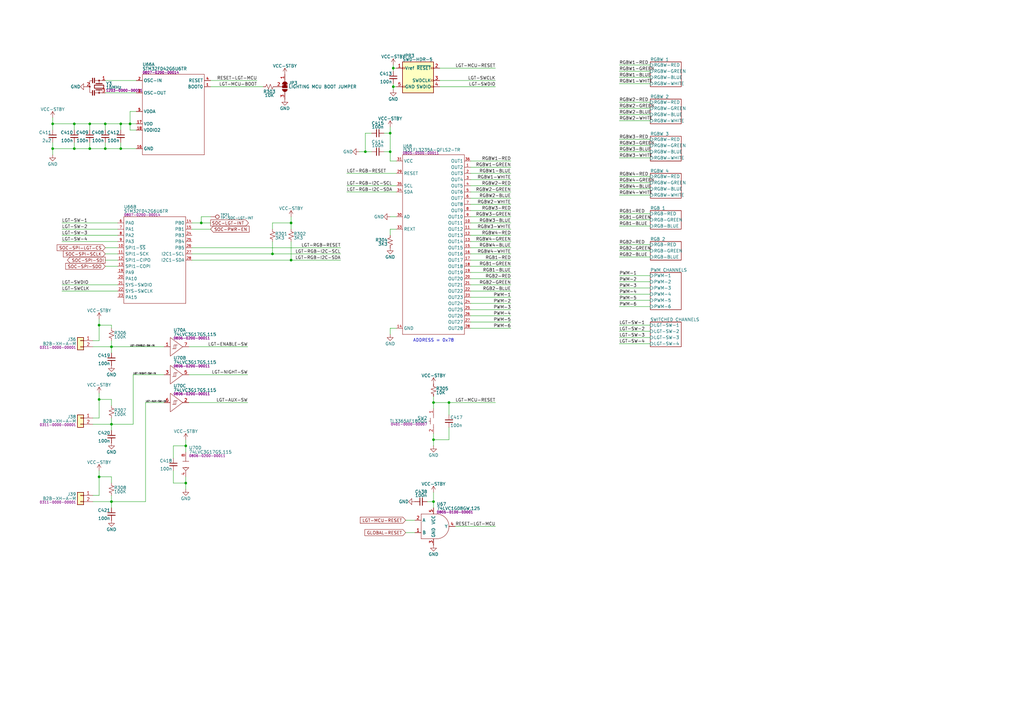
<source format=kicad_sch>
(kicad_sch (version 20250114) (generator "eeschema") (generator_version "9.0")
  (paper "A3")
  (title_block (title "Benchy Motherboard AM625 - Lighting Control") (rev "REV1") (company "Daxxn Industries") (comment 4 "Small net labels (≤0.65) are for clarity and do not connect to other nets."))
  (lib_symbols
    (symbol "DX_Capacitor_Ceramic:CL05A225KP5NSNC" (pin_numbers (hide yes)) (pin_names (hide yes))
      (property "Reference" "C" (at 2.794 1.778 0))
      (property "Value" "2u2" (at 2.794 0 0))
      (symbol "CL05A225KP5NSNC_1_1"
        (pin passive line (at 0 2.54 270) (length 2.032) (name "~") (number "1"))
        (pin passive line (at 0 -2.54 90) (length 2.032) (name "~") (number "2"))
      )
    )
    (symbol "DX_Capacitor_Ceramic:CL05B104KA5NNNC" (pin_numbers (hide yes)) (pin_names (hide yes))
      (property "Reference" "C" (at 2.794 1.778 0))
      (property "Value" "100n" (at 2.794 0 0))
      (symbol "CL05B104KA5NNNC_1_1"
        (pin passive line (at 0 2.54 270) (length 2.032) (name "~") (number "1"))
        (pin passive line (at 0 -2.54 90) (length 2.032) (name "~") (number "2"))
      )
    )
    (symbol "DX_Connector_JST:B2B-XH-A-M" (pin_names (offset 1.016) (hide yes))
      (property "Reference" "J" (at 1.778 0.508 0))
      (property "Value" "B2B-XH-A-M" (at 1.778 -1.27 0))
      (property "PartNumber" "0311-0000-00001" (at 1.778 -2.794 0))
      (symbol "B2B-XH-A-M_1_1"
        (pin passive line (at -5.08 0 0) (length 3.81) (name "Pin_1") (number "1"))
        (pin passive line (at -5.08 -2.54 0) (length 3.81) (name "Pin_2") (number "2"))
      )
    )
    (symbol "DX_Connector_Programming:SWD-HDR-5" (pin_names (offset 1.016))
      (property "Reference" "JPR" (at 0 2.54 0))
      (property "Value" "SWD-HDR-5" (at 0 1.016 0))
      (symbol "SWD-HDR-5_1_1"
        (pin power_in line (at -2.54 -2.54 0) (length 2.54) (name "Vref") (number "1"))
        (pin power_in line (at -2.54 -10.16 0) (length 2.54) (name "GND") (number "5"))
        (pin open_collector line (at 15.24 -2.54 180) (length 2.54) (name "~{RESET}") (number "2"))
        (pin output line (at 15.24 -7.62 180) (length 2.54) (name "SWDCLK") (number "3"))
        (pin bidirectional line (at 15.24 -10.16 180) (length 2.54) (name "SWDIO") (number "4"))
      )
    )
    (symbol "DX_Control_Button:TL3365AF180QG"
      (property "Reference" "SW" (at 0 5.588 0))
      (property "Value" "TL3365AF180QG" (at 0 4.064 0))
      (property "PartNumber" "0401-0000-00007" (at 0 2.794 0))
      (symbol "TL3365AF180QG_0_0"
        (pin passive line (at -5.08 0 0) (length 2.54) (name "~") (number "1"))
        (pin passive line (at 5.08 0 180) (length 2.54) (name "~") (number "2"))
      )
    )
    (symbol "DX_Device:TEST-POINT" (pin_numbers (hide yes)) (pin_names (hide yes))
      (property "Reference" "TP" (at 4.064 0.508 0))
      (property "Value" "TEST-POINT" (at 4.064 -0.762 0))
      (symbol "TEST-POINT_1_0"
        (pin power_in line (at 0 0 0) (length 1.27) (name "TP") (number "1"))
      )
    )
    (symbol "DX_Device_Power:VCC-STBY" (power) (pin_names (offset 0))
      (property "Value" "VCC-STBY" (at 0 3.429 0))
      (symbol "VCC-STBY_1_1"
        (pin power_in line (at 0 0 90) (length 0) (hide yes) (name "VCC-STBY") (number "1"))
      )
    )
    (symbol "DX_IC_Interface_LEDDriver:IS31FL3235A-QFLS2-TR"
      (property "Reference" "U" (at 0 3.556 0))
      (property "Value" "IS31FL3235A-QFLS2-TR" (at 0 2.032 0))
      (property "PartNumber" "0805-0500-00011" (at 0 0.762 0))
      (symbol "IS31FL3235A-QFLS2-TR_0_0"
        (pin power_in line (at -2.54 -2.54 0) (length 2.54) (name "VCC") (number "31"))
        (pin input line (at -2.54 -7.62 0) (length 2.54) (name "RESET") (number "29"))
        (pin input line (at -2.54 -12.7 0) (length 2.54) (name "SCL") (number "35"))
        (pin bidirectional line (at -2.54 -15.24 0) (length 2.54) (name "SDA") (number "34"))
        (pin input line (at -2.54 -25.4 0) (length 2.54) (name "AD") (number "30"))
        (pin input line (at -2.54 -30.48 0) (length 2.54) (name "REXT") (number "33"))
        (pin power_in line (at -2.54 -71.12 0) (length 2.54) (name "GND") (number "14"))
        (pin power_in line (at -2.54 -71.12 0) (length 2.54) (hide yes) (name "GND") (number "32"))
        (pin power_in line (at -2.54 -71.12 0) (length 2.54) (hide yes) (name "GND") (number "37"))
        (pin output line (at 27.94 -2.54 180) (length 2.54) (name "OUT1") (number "36"))
        (pin output line (at 27.94 -5.08 180) (length 2.54) (name "OUT2") (number "1"))
        (pin output line (at 27.94 -7.62 180) (length 2.54) (name "OUT3") (number "2"))
        (pin output line (at 27.94 -10.16 180) (length 2.54) (name "OUT4") (number "3"))
        (pin output line (at 27.94 -12.7 180) (length 2.54) (name "OUT5") (number "4"))
        (pin output line (at 27.94 -15.24 180) (length 2.54) (name "OUT6") (number "5"))
        (pin output line (at 27.94 -17.78 180) (length 2.54) (name "OUT7") (number "6"))
        (pin output line (at 27.94 -20.32 180) (length 2.54) (name "OUT8") (number "7"))
        (pin output line (at 27.94 -22.86 180) (length 2.54) (name "OUT9") (number "8"))
        (pin output line (at 27.94 -25.4 180) (length 2.54) (name "OUT10") (number "9"))
        (pin output line (at 27.94 -27.94 180) (length 2.54) (name "OUT11") (number "10"))
        (pin output line (at 27.94 -30.48 180) (length 2.54) (name "OUT12") (number "11"))
        (pin output line (at 27.94 -33.02 180) (length 2.54) (name "OUT13") (number "12"))
        (pin output line (at 27.94 -35.56 180) (length 2.54) (name "OUT14") (number "13"))
        (pin output line (at 27.94 -38.1 180) (length 2.54) (name "OUT15") (number "15"))
        (pin output line (at 27.94 -40.64 180) (length 2.54) (name "OUT16") (number "16"))
        (pin output line (at 27.94 -43.18 180) (length 2.54) (name "OUT17") (number "17"))
        (pin output line (at 27.94 -45.72 180) (length 2.54) (name "OUT18") (number "18"))
        (pin output line (at 27.94 -48.26 180) (length 2.54) (name "OUT19") (number "19"))
        (pin output line (at 27.94 -50.8 180) (length 2.54) (name "OUT20") (number "20"))
        (pin output line (at 27.94 -53.34 180) (length 2.54) (name "OUT21") (number "21"))
        (pin output line (at 27.94 -55.88 180) (length 2.54) (name "OUT22") (number "22"))
        (pin output line (at 27.94 -58.42 180) (length 2.54) (name "OUT23") (number "23"))
        (pin output line (at 27.94 -60.96 180) (length 2.54) (name "OUT24") (number "24"))
        (pin output line (at 27.94 -63.5 180) (length 2.54) (name "OUT25") (number "25"))
        (pin output line (at 27.94 -66.04 180) (length 2.54) (name "OUT26") (number "26"))
        (pin output line (at 27.94 -68.58 180) (length 2.54) (name "OUT27") (number "27"))
        (pin output line (at 27.94 -71.12 180) (length 2.54) (name "OUT28") (number "28"))
      )
    )
    (symbol "DX_IC_Logic_AND:74LVC1G08GW,125"
      (property "Reference" "U" (at 1.27 9.144 0))
      (property "Value" "74LVC1G08GW,125" (at 1.27 7.366 0))
      (property "PartNumber" "0806-0100-00001" (at 1.27 5.842 0))
      (symbol "74LVC1G08GW,125_0_0"
        (pin input line (at -7.62 2.54 0) (length 2.54) (name "A") (number "2"))
        (pin input line (at -7.62 -2.54 0) (length 2.54) (name "B") (number "1"))
        (pin power_in line (at 0 7.62 270) (length 2.54) (name "VCC") (number "5"))
        (pin power_in line (at 0 -7.62 90) (length 2.54) (name "GND") (number "3"))
        (pin output line (at 8.89 0 180) (length 2.54) (name "Y") (number "4"))
      )
    )
    (symbol "DX_IC_Logic_Buffer:74LVC3G17GS,115"
      (property "Reference" "U" (at 1.27 6.858 0))
      (property "Value" "74LVC3G17GS,115" (at 1.27 5.08 0))
      (property "PartNumber" "0806-0200-00011" (at 1.27 3.556 0))
      (symbol "74LVC3G17GS,115_1_0"
        (pin input line (at -2.54 0 0) (length 2.54) (name "1A") (number "1"))
        (pin output line (at 7.62 0 180) (length 2.54) (name "1Y") (number "7"))
      )
      (symbol "74LVC3G17GS,115_2_1"
        (pin input line (at -2.54 0 0) (length 2.54) (name "2A") (number "3"))
        (pin output line (at 7.62 0 180) (length 2.54) (name "2Y") (number "5"))
      )
      (symbol "74LVC3G17GS,115_3_0"
        (pin input line (at -2.54 0 0) (length 2.54) (name "3A") (number "6"))
        (pin output line (at 7.62 0 180) (length 2.54) (name "3Y") (number "2"))
      )
      (symbol "74LVC3G17GS,115_4_0"
        (pin power_in line (at 0 5.08 270) (length 2.54) (name "VCC") (number "8"))
        (pin power_in line (at 0 -5.08 90) (length 2.54) (name "GND") (number "4"))
      )
    )
    (symbol "DX_IC_MCU_ST:STM32F042G6U6TR"
      (property "Reference" "U" (at 0 4.064 0))
      (property "Value" "STM32F042G6U6TR" (at 0 2.286 0))
      (property "PartNumber" "0807-0200-00014" (at 0 0.762 0))
      (symbol "STM32F042G6U6TR_1_0"
        (pin input line (at -2.54 -2.54 0) (length 2.54) (name "OSC-IN") (number "2") (alternate "I2C1-SDA" bidirectional line))
        (pin output line (at -2.54 -7.62 0) (length 2.54) (name "OSC-OUT") (number "3") (alternate "I2C1-SCL" bidirectional line))
        (pin power_in line (at -2.54 -15.24 0) (length 2.54) (name "VDDA") (number "5"))
        (pin power_in line (at -2.54 -20.32 0) (length 2.54) (name "VDD") (number "17"))
        (pin power_in line (at -2.54 -22.86 0) (length 2.54) (name "VDDIO2") (number "18"))
        (pin power_in line (at -2.54 -30.48 0) (length 2.54) (name "GND") (number "16"))
        (pin power_in line (at -2.54 -30.48 0) (length 2.54) (hide yes) (name "GND") (number "29"))
        (pin input line (at 27.94 -2.54 180) (length 2.54) (name "RESET") (number "4"))
        (pin input line (at 27.94 -5.08 180) (length 2.54) (name "BOOT0") (number "1") (alternate "I2C1-SCL" bidirectional line))
      )
      (symbol "STM32F042G6U6TR_2_0"
        (pin bidirectional line (at -2.54 -2.54 0) (length 2.54) (name "PA0") (number "6"))
        (pin bidirectional line (at -2.54 -5.08 0) (length 2.54) (name "PA1") (number "7"))
        (pin bidirectional line (at -2.54 -7.62 0) (length 2.54) (name "PA2") (number "8"))
        (pin bidirectional line (at -2.54 -10.16 0) (length 2.54) (name "PA3") (number "9"))
        (pin bidirectional line (at -2.54 -12.7 0) (length 2.54) (name "PA4") (number "10") (alternate "SPI1-~{SS}" bidirectional line))
        (pin bidirectional line (at -2.54 -15.24 0) (length 2.54) (name "PA5") (number "11") (alternate "SPI1-SCK" bidirectional line))
        (pin bidirectional line (at -2.54 -17.78 0) (length 2.54) (name "PA6") (number "12") (alternate "SPI1-CIPO" bidirectional line))
        (pin bidirectional line (at -2.54 -20.32 0) (length 2.54) (name "PA7") (number "13") (alternate "SPI1-COPI" bidirectional line))
        (pin bidirectional line (at -2.54 -22.86 0) (length 2.54) (name "PA9") (number "19") (alternate "I2C1-SCL" bidirectional line))
        (pin bidirectional line (at -2.54 -25.4 0) (length 2.54) (name "PA10") (number "20") (alternate "I2C1-SDA" bidirectional line))
        (pin bidirectional line (at -2.54 -27.94 0) (length 2.54) (name "PA13") (number "21") (alternate "SYS-SWDIO" bidirectional line))
        (pin bidirectional line (at -2.54 -30.48 0) (length 2.54) (name "PA14") (number "22") (alternate "SYS-SWCLK" bidirectional line))
        (pin bidirectional line (at -2.54 -33.02 0) (length 2.54) (name "PA15") (number "23") (alternate "SPI1-~{SS}" bidirectional line))
        (pin bidirectional line (at 27.94 -2.54 180) (length 2.54) (name "PB0") (number "14"))
        (pin bidirectional line (at 27.94 -5.08 180) (length 2.54) (name "PB1") (number "15"))
        (pin bidirectional line (at 27.94 -7.62 180) (length 2.54) (name "PB3") (number "24") (alternate "SPI1-SCK" bidirectional line))
        (pin bidirectional line (at 27.94 -10.16 180) (length 2.54) (name "PB4") (number "25") (alternate "SPI1-CIPO" bidirectional line))
        (pin bidirectional line (at 27.94 -12.7 180) (length 2.54) (name "PB5") (number "26") (alternate "SPI1-COPI" bidirectional line))
        (pin bidirectional line (at 27.94 -15.24 180) (length 2.54) (name "PB6") (number "27") (alternate "I2C1-SCL" bidirectional line))
        (pin bidirectional line (at 27.94 -17.78 180) (length 2.54) (name "PB7") (number "28") (alternate "I2C1-SDA" bidirectional line))
      )
    )
    (symbol "DX_Oscillator_Resonator:CSTNE16M0V53L000R0"
      (property "Reference" "Y" (at 4.318 0.762 0))
      (property "Value" "16MHz" (at 4.318 -1.016 0))
      (property "PartNumber" "1203-0000-00001" (at 4.318 -2.54 0))
      (symbol "CSTNE16M0V53L000R0_1_1"
        (pin passive line (at -2.54 2.54 270) (length 1.27) (name "1") (number "1"))
        (pin passive line (at 0 -5.08 90) (length 1.27) (name "2") (number "2"))
        (pin passive line (at 2.54 2.54 270) (length 1.27) (name "3") (number "3"))
      )
    )
    (symbol "DX_Resistor:RC0402JR-0710KL" (pin_numbers (hide yes)) (pin_names (offset 0.254) (hide yes))
      (property "Reference" "R" (at 1.016 0.635 0))
      (property "Value" "10K" (at 1.016 -1.016 0))
      (symbol "RC0402JR-0710KL_1_1"
        (pin passive line (at 0 2.54 270) (length 1.016) (name "~") (number "1"))
        (pin passive line (at 0 -2.54 90) (length 1.016) (name "~") (number "2"))
      )
    )
    (symbol "DX_Resistor:RMCF0402FT100K" (pin_numbers (hide yes)) (pin_names (offset 0.254) (hide yes))
      (property "Reference" "R" (at 1.016 0.635 0))
      (property "Value" "100K" (at 1.016 -1.016 0))
      (symbol "RMCF0402FT100K_1_1"
        (pin passive line (at 0 2.54 270) (length 1.016) (name "~") (number "1"))
        (pin passive line (at 0 -2.54 90) (length 1.016) (name "~") (number "2"))
      )
    )
    (symbol "DX_Resistor:WR04X3301FTL" (pin_numbers (hide yes)) (pin_names (offset 0.254) (hide yes))
      (property "Reference" "R" (at 1.016 0.635 0))
      (property "Value" "3K3" (at 1.016 -1.016 0))
      (symbol "WR04X3301FTL_1_1"
        (pin passive line (at 0 2.54 270) (length 1.016) (name "~") (number "1"))
        (pin passive line (at 0 -2.54 90) (length 1.016) (name "~") (number "2"))
      )
    )
    (symbol "Jumper:SolderJumper_3_Bridged12" (pin_names (offset 0) (hide yes)) (exclude_from_sim yes) (in_bom no)
      (property "Reference" "JP" (at -2.54 -2.54 0))
      (property "Value" "SolderJumper_3_Bridged12" (at 0 2.794 0))
      (symbol "SolderJumper_3_Bridged12_1_1"
        (pin passive line (at -5.08 0 0) (length 2.54) (name "A") (number "1"))
        (pin passive line (at 0 -3.81 90) (length 2.54) (name "C") (number "2"))
        (pin passive line (at 5.08 0 180) (length 2.54) (name "B") (number "3"))
      )
    )
    (symbol "power:GND" (power) (pin_numbers (hide yes)) (pin_names (offset 0) (hide yes))
      (property "Value" "GND" (at 0 -3.81 0))
      (symbol "GND_1_1"
        (pin power_in line (at 0 0 270) (length 0) (name "~") (number "1"))
      )
    )
  )
  (text "ADDRESS = 0x78" (at 177.8 139.7 0) (effects (font (size 1.27 1.27))))
  (junction (at 21.59 50.8))
  (junction (at 45.72 142.24))
  (junction (at 111.76 104.14))
  (junction (at 36.83 50.8))
  (junction (at 160.02 62.23))
  (junction (at 76.2 182.88))
  (junction (at 177.8 165.1))
  (junction (at 40.64 195.58))
  (junction (at 119.38 91.44))
  (junction (at 161.29 35.56))
  (junction (at 36.83 60.96))
  (junction (at 30.48 50.8))
  (junction (at 53.34 50.8))
  (junction (at 177.8 205.74))
  (junction (at 76.2 198.12))
  (junction (at 184.15 165.1))
  (junction (at 119.38 106.68))
  (junction (at 45.72 205.74))
  (junction (at 43.18 50.8))
  (junction (at 149.86 62.23))
  (junction (at 43.18 60.96))
  (junction (at 160.02 54.61))
  (junction (at 161.29 27.94))
  (junction (at 30.48 60.96))
  (junction (at 82.55 91.44))
  (junction (at 40.64 163.83))
  (junction (at 49.53 50.8))
  (junction (at 45.72 173.99))
  (junction (at 49.53 60.96))
  (junction (at 21.59 60.96))
  (junction (at 40.64 133.35))
  (junction (at 177.8 180.34))
  (wire (pts (xy 193.04 66.04) (xy 209.55 66.04)))
  (wire (pts (xy 254 125.73) (xy 266.7 125.73)))
  (wire (pts (xy 25.4 91.44) (xy 48.26 91.44)))
  (wire (pts (xy 157.48 62.23) (xy 160.02 62.23)))
  (wire (pts (xy 161.29 27.94) (xy 162.56 27.94)))
  (wire (pts (xy 111.76 93.98) (xy 111.76 91.44)))
  (wire (pts (xy 45.72 171.45) (xy 45.72 173.99)))
  (wire (pts (xy 43.18 58.42) (xy 43.18 60.96)))
  (wire (pts (xy 162.56 66.04) (xy 160.02 66.04)))
  (wire (pts (xy 177.8 201.93) (xy 177.8 205.74)))
  (wire (pts (xy 177.8 180.34) (xy 177.8 177.8)))
  (wire (pts (xy 53.34 45.72) (xy 53.34 50.8)))
  (wire (pts (xy 160.02 88.9) (xy 162.56 88.9)))
  (wire (pts (xy 254 62.23) (xy 266.7 62.23)))
  (wire (pts (xy 193.04 99.06) (xy 209.55 99.06)))
  (wire (pts (xy 59.69 205.74) (xy 59.69 165.1)))
  (wire (pts (xy 160.02 134.62) (xy 162.56 134.62)))
  (wire (pts (xy 193.04 83.82) (xy 209.55 83.82)))
  (wire (pts (xy 86.36 88.9) (xy 82.55 88.9)))
  (wire (pts (xy 254 105.41) (xy 266.7 105.41)))
  (wire (pts (xy 193.04 76.2) (xy 209.55 76.2)))
  (wire (pts (xy 78.74 104.14) (xy 111.76 104.14)))
  (wire (pts (xy 25.4 119.38) (xy 48.26 119.38)))
  (wire (pts (xy 77.47 165.1) (xy 101.6 165.1)))
  (wire (pts (xy 180.34 27.94) (xy 203.2 27.94)))
  (wire (pts (xy 254 123.19) (xy 266.7 123.19)))
  (wire (pts (xy 40.64 171.45) (xy 40.64 163.83)))
  (wire (pts (xy 161.29 35.56) (xy 162.56 35.56)))
  (wire (pts (xy 76.2 180.34) (xy 76.2 182.88)))
  (wire (pts (xy 45.72 139.7) (xy 45.72 142.24)))
  (wire (pts (xy 82.55 88.9) (xy 82.55 91.44)))
  (wire (pts (xy 254 29.21) (xy 266.7 29.21)))
  (wire (pts (xy 45.72 173.99) (xy 54.61 173.99)))
  (wire (pts (xy 36.83 58.42) (xy 36.83 60.96)))
  (wire (pts (xy 45.72 163.83) (xy 45.72 166.37)))
  (wire (pts (xy 160.02 62.23) (xy 160.02 54.61)))
  (wire (pts (xy 43.18 60.96) (xy 49.53 60.96)))
  (wire (pts (xy 45.72 134.62) (xy 45.72 133.35)))
  (wire (pts (xy 254 113.03) (xy 266.7 113.03)))
  (wire (pts (xy 55.88 53.34) (xy 53.34 53.34)))
  (wire (pts (xy 149.86 54.61) (xy 152.4 54.61)))
  (wire (pts (xy 157.48 54.61) (xy 160.02 54.61)))
  (wire (pts (xy 25.4 116.84) (xy 48.26 116.84)))
  (wire (pts (xy 119.38 88.9) (xy 119.38 91.44)))
  (wire (pts (xy 21.59 50.8) (xy 21.59 53.34)))
  (wire (pts (xy 177.8 182.88) (xy 177.8 180.34)))
  (wire (pts (xy 177.8 167.64) (xy 177.8 165.1)))
  (wire (pts (xy 40.64 195.58) (xy 45.72 195.58)))
  (wire (pts (xy 166.37 213.36) (xy 170.18 213.36)))
  (wire (pts (xy 193.04 71.12) (xy 209.55 71.12)))
  (wire (pts (xy 147.32 62.23) (xy 149.86 62.23)))
  (wire (pts (xy 82.55 91.44) (xy 86.36 91.44)))
  (wire (pts (xy 77.47 153.67) (xy 101.6 153.67)))
  (wire (pts (xy 209.55 129.54) (xy 193.04 129.54)))
  (wire (pts (xy 36.83 50.8) (xy 36.83 53.34)))
  (wire (pts (xy 76.2 198.12) (xy 76.2 200.66)))
  (wire (pts (xy 193.04 114.3) (xy 209.55 114.3)))
  (wire (pts (xy 177.8 162.56) (xy 177.8 165.1)))
  (wire (pts (xy 193.04 81.28) (xy 209.55 81.28)))
  (wire (pts (xy 142.24 76.2) (xy 162.56 76.2)))
  (wire (pts (xy 186.69 215.9) (xy 203.2 215.9)))
  (wire (pts (xy 30.48 60.96) (xy 36.83 60.96)))
  (wire (pts (xy 59.69 165.1) (xy 67.31 165.1)))
  (wire (pts (xy 254 77.47) (xy 266.7 77.47)))
  (wire (pts (xy 149.86 62.23) (xy 149.86 54.61)))
  (wire (pts (xy 209.55 111.76) (xy 193.04 111.76)))
  (wire (pts (xy 25.4 96.52) (xy 48.26 96.52)))
  (wire (pts (xy 193.04 86.36) (xy 209.55 86.36)))
  (wire (pts (xy 203.2 33.02) (xy 180.34 33.02)))
  (wire (pts (xy 160.02 96.52) (xy 160.02 93.98)))
  (wire (pts (xy 209.55 132.08) (xy 193.04 132.08)))
  (wire (pts (xy 43.18 38.1) (xy 55.88 38.1)))
  (wire (pts (xy 78.74 93.98) (xy 86.36 93.98)))
  (wire (pts (xy 43.18 104.14) (xy 48.26 104.14)))
  (wire (pts (xy 30.48 58.42) (xy 30.48 60.96)))
  (wire (pts (xy 254 138.43) (xy 266.7 138.43)))
  (wire (pts (xy 40.64 130.81) (xy 40.64 133.35)))
  (wire (pts (xy 161.29 26.67) (xy 161.29 27.94)))
  (wire (pts (xy 166.37 218.44) (xy 170.18 218.44)))
  (wire (pts (xy 209.55 121.92) (xy 193.04 121.92)))
  (wire (pts (xy 184.15 165.1) (xy 184.15 170.18)))
  (wire (pts (xy 30.48 50.8) (xy 36.83 50.8)))
  (wire (pts (xy 38.1 205.74) (xy 45.72 205.74)))
  (wire (pts (xy 21.59 60.96) (xy 21.59 63.5)))
  (wire (pts (xy 40.64 133.35) (xy 40.64 139.7)))
  (wire (pts (xy 254 46.99) (xy 266.7 46.99)))
  (wire (pts (xy 25.4 93.98) (xy 48.26 93.98)))
  (wire (pts (xy 38.1 142.24) (xy 45.72 142.24)))
  (wire (pts (xy 209.55 127) (xy 193.04 127)))
  (wire (pts (xy 30.48 50.8) (xy 30.48 53.34)))
  (wire (pts (xy 254 41.91) (xy 266.7 41.91)))
  (wire (pts (xy 161.29 34.29) (xy 161.29 35.56)))
  (wire (pts (xy 40.64 203.2) (xy 40.64 195.58)))
  (wire (pts (xy 53.34 50.8) (xy 55.88 50.8)))
  (wire (pts (xy 43.18 106.68) (xy 48.26 106.68)))
  (wire (pts (xy 180.34 35.56) (xy 203.2 35.56)))
  (wire (pts (xy 209.55 124.46) (xy 193.04 124.46)))
  (wire (pts (xy 78.74 91.44) (xy 82.55 91.44)))
  (wire (pts (xy 254 102.87) (xy 266.7 102.87)))
  (wire (pts (xy 78.74 101.6) (xy 139.7 101.6)))
  (wire (pts (xy 254 118.11) (xy 266.7 118.11)))
  (wire (pts (xy 254 120.65) (xy 266.7 120.65)))
  (wire (pts (xy 119.38 99.06) (xy 119.38 106.68)))
  (wire (pts (xy 40.64 163.83) (xy 45.72 163.83)))
  (wire (pts (xy 184.15 180.34) (xy 177.8 180.34)))
  (wire (pts (xy 177.8 165.1) (xy 184.15 165.1)))
  (wire (pts (xy 193.04 101.6) (xy 209.55 101.6)))
  (wire (pts (xy 161.29 35.56) (xy 161.29 36.83)))
  (wire (pts (xy 193.04 93.98) (xy 209.55 93.98)))
  (wire (pts (xy 40.64 195.58) (xy 40.64 193.04)))
  (wire (pts (xy 254 140.97) (xy 266.7 140.97)))
  (wire (pts (xy 254 74.93) (xy 266.7 74.93)))
  (wire (pts (xy 43.18 109.22) (xy 48.26 109.22)))
  (wire (pts (xy 86.36 35.56) (xy 107.95 35.56)))
  (wire (pts (xy 254 31.75) (xy 266.7 31.75)))
  (wire (pts (xy 254 49.53) (xy 266.7 49.53)))
  (wire (pts (xy 43.18 50.8) (xy 49.53 50.8)))
  (wire (pts (xy 21.59 50.8) (xy 30.48 50.8)))
  (wire (pts (xy 49.53 50.8) (xy 49.53 53.34)))
  (wire (pts (xy 111.76 91.44) (xy 119.38 91.44)))
  (wire (pts (xy 45.72 142.24) (xy 45.72 144.78)))
  (wire (pts (xy 193.04 68.58) (xy 209.55 68.58)))
  (wire (pts (xy 21.59 60.96) (xy 30.48 60.96)))
  (wire (pts (xy 54.61 153.67) (xy 67.31 153.67)))
  (wire (pts (xy 76.2 198.12) (xy 71.12 198.12)))
  (wire (pts (xy 152.4 62.23) (xy 149.86 62.23)))
  (wire (pts (xy 193.04 119.38) (xy 209.55 119.38)))
  (wire (pts (xy 40.64 133.35) (xy 45.72 133.35)))
  (wire (pts (xy 38.1 139.7) (xy 40.64 139.7)))
  (wire (pts (xy 45.72 205.74) (xy 45.72 208.28)))
  (wire (pts (xy 254 133.35) (xy 266.7 133.35)))
  (wire (pts (xy 86.36 33.02) (xy 105.41 33.02)))
  (wire (pts (xy 193.04 116.84) (xy 209.55 116.84)))
  (wire (pts (xy 177.8 205.74) (xy 177.8 208.28)))
  (wire (pts (xy 54.61 173.99) (xy 54.61 153.67)))
  (wire (pts (xy 25.4 99.06) (xy 48.26 99.06)))
  (wire (pts (xy 161.29 27.94) (xy 161.29 29.21)))
  (wire (pts (xy 193.04 78.74) (xy 209.55 78.74)))
  (wire (pts (xy 175.26 205.74) (xy 177.8 205.74)))
  (wire (pts (xy 193.04 91.44) (xy 209.55 91.44)))
  (wire (pts (xy 36.83 60.96) (xy 43.18 60.96)))
  (wire (pts (xy 45.72 203.2) (xy 45.72 205.74)))
  (wire (pts (xy 45.72 173.99) (xy 45.72 176.53)))
  (wire (pts (xy 254 72.39) (xy 266.7 72.39)))
  (wire (pts (xy 209.55 134.62) (xy 193.04 134.62)))
  (wire (pts (xy 49.53 60.96) (xy 55.88 60.96)))
  (wire (pts (xy 254 90.17) (xy 266.7 90.17)))
  (wire (pts (xy 119.38 91.44) (xy 119.38 93.98)))
  (wire (pts (xy 254 64.77) (xy 266.7 64.77)))
  (wire (pts (xy 53.34 45.72) (xy 55.88 45.72)))
  (wire (pts (xy 76.2 182.88) (xy 71.12 182.88)))
  (wire (pts (xy 71.12 182.88) (xy 71.12 187.96)))
  (wire (pts (xy 254 80.01) (xy 266.7 80.01)))
  (wire (pts (xy 254 92.71) (xy 266.7 92.71)))
  (wire (pts (xy 193.04 96.52) (xy 209.55 96.52)))
  (wire (pts (xy 119.38 106.68) (xy 139.7 106.68)))
  (wire (pts (xy 160.02 137.16) (xy 160.02 134.62)))
  (wire (pts (xy 254 135.89) (xy 266.7 135.89)))
  (wire (pts (xy 254 44.45) (xy 266.7 44.45)))
  (wire (pts (xy 254 87.63) (xy 266.7 87.63)))
  (wire (pts (xy 142.24 78.74) (xy 162.56 78.74)))
  (wire (pts (xy 76.2 185.42) (xy 76.2 182.88)))
  (wire (pts (xy 76.2 195.58) (xy 76.2 198.12)))
  (wire (pts (xy 53.34 50.8) (xy 53.34 53.34)))
  (wire (pts (xy 254 115.57) (xy 266.7 115.57)))
  (wire (pts (xy 193.04 88.9) (xy 209.55 88.9)))
  (wire (pts (xy 40.64 163.83) (xy 40.64 161.29)))
  (wire (pts (xy 254 59.69) (xy 266.7 59.69)))
  (wire (pts (xy 184.15 165.1) (xy 203.2 165.1)))
  (wire (pts (xy 36.83 50.8) (xy 43.18 50.8)))
  (wire (pts (xy 193.04 73.66) (xy 209.55 73.66)))
  (wire (pts (xy 193.04 104.14) (xy 209.55 104.14)))
  (wire (pts (xy 45.72 142.24) (xy 67.31 142.24)))
  (wire (pts (xy 38.1 203.2) (xy 40.64 203.2)))
  (wire (pts (xy 38.1 173.99) (xy 45.72 173.99)))
  (wire (pts (xy 43.18 50.8) (xy 43.18 53.34)))
  (wire (pts (xy 111.76 104.14) (xy 139.7 104.14)))
  (wire (pts (xy 43.18 101.6) (xy 48.26 101.6)))
  (wire (pts (xy 21.59 58.42) (xy 21.59 60.96)))
  (wire (pts (xy 254 57.15) (xy 266.7 57.15)))
  (wire (pts (xy 45.72 195.58) (xy 45.72 198.12)))
  (wire (pts (xy 254 34.29) (xy 266.7 34.29)))
  (wire (pts (xy 111.76 99.06) (xy 111.76 104.14)))
  (wire (pts (xy 160.02 93.98) (xy 162.56 93.98)))
  (wire (pts (xy 53.34 50.8) (xy 49.53 50.8)))
  (wire (pts (xy 254 100.33) (xy 266.7 100.33)))
  (wire (pts (xy 43.18 33.02) (xy 55.88 33.02)))
  (wire (pts (xy 77.47 142.24) (xy 101.6 142.24)))
  (wire (pts (xy 21.59 48.26) (xy 21.59 50.8)))
  (wire (pts (xy 160.02 66.04) (xy 160.02 62.23)))
  (wire (pts (xy 209.55 109.22) (xy 193.04 109.22)))
  (wire (pts (xy 71.12 198.12) (xy 71.12 193.04)))
  (wire (pts (xy 45.72 205.74) (xy 59.69 205.74)))
  (wire (pts (xy 184.15 175.26) (xy 184.15 180.34)))
  (wire (pts (xy 38.1 171.45) (xy 40.64 171.45)))
  (wire (pts (xy 160.02 54.61) (xy 160.02 52.07)))
  (wire (pts (xy 78.74 106.68) (xy 119.38 106.68)))
  (wire (pts (xy 209.55 106.68) (xy 193.04 106.68)))
  (wire (pts (xy 142.24 71.12) (xy 162.56 71.12)))
  (wire (pts (xy 49.53 58.42) (xy 49.53 60.96)))
  (wire (pts (xy 254 26.67) (xy 266.7 26.67)))
  (label "PWM-2" (at 209.55 124.46 180))
  (label "RGBW2-BLUE" (at 254 46.99 0))
  (label "RGBW1-GREEN" (at 254 29.21 0))
  (label "LGT-AUX-SW-IN" (at 59.69 165.1 0) (effects (font (size 0.65 0.65))))
  (label "RESET-LGT-MCU" (at 203.2 215.9 180))
  (label "RGBW4-GREEN" (at 209.55 99.06 180))
  (label "LGT-SW-2" (at 25.4 93.98 0))
  (label "RGB2-BLUE" (at 254 105.41 0))
  (label "RGB2-GREEN" (at 209.55 116.84 180))
  (label "PWM-3" (at 209.55 127 180))
  (label "RGB2-GREEN" (at 254 102.87 0))
  (label "RGBW2-GREEN" (at 254 44.45 0))
  (label "RGB1-RED" (at 254 87.63 0))
  (label "RGB1-GREEN" (at 209.55 109.22 180))
  (label "PWM-2" (at 254 115.57 0))
  (label "LGT-SWCLK" (at 25.4 119.38 0))
  (label "LGT-SW-3" (at 25.4 96.52 0))
  (label "RGBW4-RED" (at 254 72.39 0))
  (label "RGBW2-WHITE" (at 209.55 83.82 180))
  (label "RGB1-BLUE" (at 254 92.71 0))
  (label "LGT-RGB-I2C-SCL" (at 142.24 76.2 0))
  (label "RGBW3-WHITE" (at 254 64.77 0))
  (label "PWM-4" (at 254 120.65 0))
  (label "LGT-RGB-I2C-SCL" (at 139.7 104.14 180))
  (label "RGBW4-BLUE" (at 209.55 101.6 180))
  (label "RESET-LGT-MCU" (at 105.41 33.02 180))
  (label "RGBW2-BLUE" (at 209.55 81.28 180))
  (label "PWM-6" (at 254 125.73 0))
  (label "LGT-AUX-SW" (at 101.6 165.1 180))
  (label "LGT-RGB-RESET" (at 142.24 71.12 0))
  (label "PWM-6" (at 209.55 134.62 180))
  (label "PWM-1" (at 254 113.03 0))
  (label "LGT-RGB-I2C-SDA" (at 142.24 78.74 0))
  (label "LGT-SWDIO" (at 25.4 116.84 0))
  (label "LGT-NIGHT-SW-IN" (at 54.61 153.67 0) (effects (font (size 0.65 0.65))))
  (label "RGBW3-WHITE" (at 209.55 93.98 180))
  (label "RGBW3-BLUE" (at 254 62.23 0))
  (label "RGBW4-WHITE" (at 209.55 104.14 180))
  (label "LGT-SW-4" (at 25.4 99.06 0))
  (label "LGT-SWDIO" (at 203.2 35.56 180))
  (label "RGBW4-RED" (at 209.55 96.52 180))
  (label "RGBW3-BLUE" (at 209.55 91.44 180))
  (label "RGB1-BLUE" (at 209.55 111.76 180))
  (label "RGBW4-GREEN" (at 254 74.93 0))
  (label "RGBW3-RED" (at 209.55 86.36 180))
  (label "RGBW2-RED" (at 209.55 76.2 180))
  (label "RGB1-RED" (at 209.55 106.68 180))
  (label "PWM-4" (at 209.55 129.54 180))
  (label "RGBW1-BLUE" (at 209.55 71.12 180))
  (label "RGBW1-WHITE" (at 254 34.29 0))
  (label "RGBW1-RED" (at 209.55 66.04 180))
  (label "RGBW4-BLUE" (at 254 77.47 0))
  (label "LGT-SW-3" (at 254 138.43 0))
  (label "LGT-SW-2" (at 254 135.89 0))
  (label "LGT-ENABLE-SW" (at 101.6 142.24 180))
  (label "LGT-RGB-I2C-SDA" (at 139.7 106.68 180))
  (label "RGBW4-WHITE" (at 254 80.01 0))
  (label "RGBW2-WHITE" (at 254 49.53 0))
  (label "PWM-3" (at 254 118.11 0))
  (label "PWM-5" (at 209.55 132.08 180))
  (label "RGBW3-GREEN" (at 254 59.69 0))
  (label "PWM-1" (at 209.55 121.92 180))
  (label "RGBW3-GREEN" (at 209.55 88.9 180))
  (label "RGB2-RED" (at 254 100.33 0))
  (label "RGB2-RED" (at 209.55 114.3 180))
  (label "LGT-MCU-RESET" (at 203.2 27.94 180))
  (label "RGBW3-RED" (at 254 57.15 0))
  (label "LGT-NIGHT-SW" (at 101.6 153.67 180))
  (label "LGT-RGB-RESET" (at 139.7 101.6 180))
  (label "LGT-SW-1" (at 25.4 91.44 0))
  (label "RGBW1-RED" (at 254 26.67 0))
  (label "RGBW2-RED" (at 254 41.91 0))
  (label "LGT-SW-4" (at 254 140.97 0))
  (label "RGBW1-BLUE" (at 254 31.75 0))
  (label "LGT-MCU-RESET" (at 203.2 165.1 180))
  (label "LGT-MCU-BOOT" (at 105.41 35.56 180))
  (label "RGBW2-GREEN" (at 209.55 78.74 180))
  (label "RGBW1-GREEN" (at 209.55 68.58 180))
  (label "LGT-SWCLK" (at 203.2 33.02 180))
  (label "RGBW1-WHITE" (at 209.55 73.66 180))
  (label "LGT-SW-1" (at 254 133.35 0))
  (label "PWM-5" (at 254 123.19 0))
  (label "RGB2-BLUE" (at 209.55 119.38 180))
  (label "LGT-ENABLE-SW-IN" (at 63.5 142.24 180) (effects (font (size 0.65 0.65))))
  (label "RGB1-GREEN" (at 254 90.17 0))
  (global_label "SOC-LGT-INT" (shape output) (at 86.36 91.44 0) (property "Intersheetrefs" "${INTERSHEET_REFS}" (at 101.1469 91.44 0) (effects (justify left))))
  (global_label "SOC-SPI-SDI" (shape output) (at 43.18 106.68 180) (property "Intersheetrefs" "${INTERSHEET_REFS}" (at 28.3931 106.68 0) (effects (justify right))))
  (global_label "GLOBAL-RESET" (shape input) (at 166.37 218.44 180) (property "Intersheetrefs" "${INTERSHEET_REFS}" (at 150.49 218.44 0) (effects (justify right))))
  (global_label "SOC-SPI-LGT-CS" (shape input) (at 43.18 101.6 180) (property "Intersheetrefs" "${INTERSHEET_REFS}" (at 25.1138 101.6 0) (effects (justify right))))
  (global_label "SOC-SPI-SDO" (shape input) (at 43.18 109.22 180) (property "Intersheetrefs" "${INTERSHEET_REFS}" (at 28.3931 109.22 0) (effects (justify right))))
  (global_label "LGT-MCU-RESET" (shape input) (at 166.37 213.36 180) (effects (font (thickness 0.1588))) (property "Intersheetrefs" "${INTERSHEET_REFS}" (at 151.384 213.36 0) (effects (justify right))))
  (global_label "SOC-PWR-EN" (shape input) (at 86.36 93.98 0) (effects (font (thickness 0.1588))) (property "Intersheetrefs" "${INTERSHEET_REFS}" (at 101.346 93.98 0) (effects (justify left))))
  (global_label "SOC-SPI-SCLK" (shape input) (at 43.18 104.14 180) (property "Intersheetrefs" "${INTERSHEET_REFS}" (at 27.3 104.14 0) (effects (justify right))))
  (symbol (lib_id "power:GND") (at 160.02 137.16 0) (unit 1)
    (property "Reference" "#PWR0492" (effects (hide yes)))
    (property "Value" "GND" (at 160.02 140.97 0))
    (property "Description" "Power symbol creates a global label with name \"GND\" , ground" (effects (hide yes)))
  )
  (symbol (lib_id "DX_Device_Power:VCC-STBY") (at 119.38 88.9 0) (unit 1)
    (property "Reference" "#PWR0596" (effects (hide yes)))
    (property "Value" "VCC-STBY" (at 119.38 85.471 0))
    (property "Description" "Always ON standby power supply" (effects (hide yes)))
  )
  (symbol (lib_id "DX_IC_Logic_Buffer:74LVC3G17GS,115") (at 76.2 190.5 0) (unit 4)
    (property "Reference" "U70" (at 77.47 183.642 0) (effects (justify left)))
    (property "Value" "74LVC3G17GS,115" (at 77.47 185.42 0) (effects (justify left)))
    (property "Footprint" "Daxxn_Packages:X2SON-8_1.4x1mm_P0.35mm" (effects (hide yes)))
    (property "Datasheet" "${DATASHEETS}/74LVC3G17.pdf" (effects (hide yes)))
    (property "Description" "Buffer, Non-Inverting 3 Element 1 Bit per Element Push-Pull Output 8-XSON" (effects (hide yes)))
    (property "PartNumber" "0806-0200-00011" (at 77.47 186.944 0) (effects (font (size 1 1)) (justify left)))
  )
  (symbol (lib_id "power:GND") (at 45.72 181.61 0) (unit 1)
    (property "Reference" "#PWR0556" (effects (hide yes)))
    (property "Value" "GND" (at 45.72 185.42 0))
    (property "Description" "Power symbol creates a global label with name \"GND\" , ground" (effects (hide yes)))
  )
  (symbol (lib_id "DX_Connector_Programming:SWD-HDR-5") (at 165.1 25.4 0) (unit 1)
    (property "Reference" "JPR3" (at 165.1 22.86 0) (effects (justify left)))
    (property "Value" "SWD-HDR-5" (at 165.1 24.384 0) (effects (justify left)))
    (property "Footprint" "Connector_PinHeader_2.54mm:PinHeader_1x05_P2.54mm_Vertical" (effects (hide yes)))
    (property "Description" "SWD Header 5Pin Wo/ SWO" (effects (hide yes)))
  )
  (symbol (lib_id "DX_Capacitor_Ceramic:CL05B104KA5NNNC") (at 30.48 55.88 0) (mirror y) (unit 1)
    (property "Reference" "C410" (at 29.972 54.356 0) (effects (justify left)))
    (property "Value" "100n" (at 29.972 57.658 0) (effects (justify left)))
    (property "Footprint" "Daxxn_Standard_Capacitors:CAP_0402" (effects (hide yes)))
    (property "Datasheet" "${DATASHEETS}/CL05B104KA5NNNC.pdf" (effects (hide yes)))
    (property "Description" "CAP CER 100nF 0.1UF 25V X7R 0402" (effects (hide yes)))
    (property "PartNumber" "0201-0100-00088" (effects (hide yes)))
  )
  (symbol (lib_id "DX_Device_Power:VCC-STBY") (at 40.64 161.29 0) (unit 1)
    (property "Reference" "#PWR0554" (effects (hide yes)))
    (property "Value" "VCC-STBY" (at 40.64 157.861 0))
    (property "Description" "Always ON standby power supply" (effects (hide yes)))
  )
  (symbol (lib_id "DX_Capacitor_Ceramic:CL05A225KP5NSNC") (at 21.59 55.88 0) (mirror y) (unit 1)
    (property "Reference" "C411" (at 21.082 54.356 0) (effects (justify left)))
    (property "Value" "2u2" (at 21.082 57.658 0) (effects (justify left)))
    (property "Footprint" "Daxxn_Standard_Capacitors:CAP_0402" (effects (hide yes)))
    (property "Datasheet" "${DATASHEETS}/CL05A225KP5NSNC.pdf" (effects (hide yes)))
    (property "Description" "CAP CER 2.2UF 10V X5R 0402" (effects (hide yes)))
    (property "PartNumber" "0201-0100-00055" (effects (hide yes)))
  )
  (symbol (lib_id "DX_Capacitor_Ceramic:CL05B104KA5NNNC") (at 43.18 55.88 0) (mirror y) (unit 1)
    (property "Reference" "C408" (at 42.672 54.356 0) (effects (justify left)))
    (property "Value" "100n" (at 42.672 57.658 0) (effects (justify left)))
    (property "Footprint" "Daxxn_Standard_Capacitors:CAP_0402" (effects (hide yes)))
    (property "Datasheet" "${DATASHEETS}/CL05B104KA5NNNC.pdf" (effects (hide yes)))
    (property "Description" "CAP CER 100nF 0.1UF 25V X7R 0402" (effects (hide yes)))
    (property "PartNumber" "0201-0100-00088" (effects (hide yes)))
  )
  (symbol (lib_id "DX_IC_Logic_AND:74LVC1G08GW,125") (at 177.8 215.9 0) (unit 1)
    (property "Reference" "U67" (at 179.07 206.756 0) (effects (justify left)))
    (property "Value" "74LVC1G08GW,125" (at 179.07 208.534 0) (effects (justify left)))
    (property "Footprint" "Daxxn_Packages:SOT-353_SC-70-5" (effects (hide yes)))
    (property "Datasheet" "${DATASHEETS}\\74LVC1G08.pdf" (effects (hide yes)))
    (property "Description" "IC GATE AND 1CH 2-INP SC-70-5" (effects (hide yes)))
    (property "PartNumber" "0806-0100-00001" (at 179.07 210.058 0) (effects (font (size 1 1)) (justify left)))
  )
  (symbol (lib_id "DX_Connector_JST:B2B-XH-A-M") (at 33.02 203.2 0) (mirror y) (unit 1)
    (property "Reference" "J39" (at 31.242 202.692 0) (effects (justify left)))
    (property "Value" "B2B-XH-A-M" (at 31.242 204.47 0) (effects (justify left)))
    (property "Footprint" "Daxxn_Connectors_JST:B2B-XH-A" (effects (hide yes)))
    (property "Datasheet" "${DATASHEETS}/eXH.pdf" (effects (hide yes)))
    (property "Description" "CONN HEADER VERT 2POS 2.5MM" (effects (hide yes)))
    (property "PartNumber" "0311-0000-00001" (at 31.242 205.994 0) (effects (font (size 1 1)) (justify left)))
  )
  (symbol (lib_id "power:GND") (at 35.56 35.56 270) (unit 1)
    (property "Reference" "#PWR0353" (effects (hide yes)))
    (property "Value" "GND" (at 30.988 35.56 90))
    (property "Description" "Power symbol creates a global label with name \"GND\" , ground" (effects (hide yes)))
  )
  (symbol (lib_id "DX_Resistor:WR04X3301FTL") (at 160.02 99.06 0) (mirror y) (unit 1)
    (property "Reference" "R304" (at 159.004 98.425 0) (effects (justify left)))
    (property "Value" "3K3" (at 159.004 100.076 0) (effects (justify left)))
    (property "Footprint" "Daxxn_Standard_Resistors:RES_0402" (effects (hide yes)))
    (property "Datasheet" "${DATASHEETS}/ASC_WR.pdf" (effects (hide yes)))
    (property "Description" "RES 3.3K OHM 1% 1/16W 0402" (effects (hide yes)))
    (property "PartNumber" "0204-0000-00056" (effects (hide yes)))
  )
  (symbol (lib_id "power:GND") (at 170.18 205.74 270) (unit 1)
    (property "Reference" "#PWR0546" (effects (hide yes)))
    (property "Value" "GND" (at 165.608 205.74 90))
    (property "Description" "Power symbol creates a global label with name \"GND\" , ground" (effects (hide yes)))
  )
  (symbol (lib_id "power:GND") (at 76.2 200.66 0) (unit 1)
    (property "Reference" "#PWR0552" (effects (hide yes)))
    (property "Value" "GND" (at 76.2 204.47 0))
    (property "Description" "Power symbol creates a global label with name \"GND\" , ground" (effects (hide yes)))
  )
  (symbol (lib_id "power:GND") (at 116.84 40.64 0) (unit 1)
    (property "Reference" "#PWR0355" (effects (hide yes)))
    (property "Value" "GND" (at 116.84 44.45 0))
    (property "Description" "Power symbol creates a global label with name \"GND\" , ground" (effects (hide yes)))
  )
  (symbol (lib_id "DX_Capacitor_Ceramic:CL05B104KA5NNNC") (at 36.83 55.88 0) (mirror y) (unit 1)
    (property "Reference" "C409" (at 36.322 54.356 0) (effects (justify left)))
    (property "Value" "100n" (at 36.322 57.658 0) (effects (justify left)))
    (property "Footprint" "Daxxn_Standard_Capacitors:CAP_0402" (effects (hide yes)))
    (property "Datasheet" "${DATASHEETS}/CL05B104KA5NNNC.pdf" (effects (hide yes)))
    (property "Description" "CAP CER 100nF 0.1UF 25V X7R 0402" (effects (hide yes)))
    (property "PartNumber" "0201-0100-00088" (effects (hide yes)))
  )
  (symbol (lib_id "DX_Control_Button:TL3365AF180QG") (at 177.8 172.72 90) (mirror x) (unit 1)
    (property "Reference" "SW2" (at 175.26 171.45 90) (effects (justify left)))
    (property "Value" "TL3365AF180QG" (at 175.26 172.72 90) (effects (justify left)))
    (property "Footprint" "Daxxn_Controls_Buttons:TL3365AF180QG" (effects (hide yes)))
    (property "Datasheet" "${DATASHEETS}/TL3365.pdf" (effects (hide yes)))
    (property "Description" "Tactile Switch SPST-NO Top Actuated Surface Mount" (effects (hide yes)))
    (property "PartNumber" "0401-0000-00007" (at 175.26 173.99 90) (effects (font (size 1 1)) (justify left)))
  )
  (symbol (lib_id "DX_Resistor:WR04X3301FTL") (at 111.76 96.52 0) (unit 1)
    (property "Reference" "R301" (at 112.776 95.885 0) (effects (justify left)))
    (property "Value" "3K3" (at 112.776 97.536 0) (effects (justify left)))
    (property "Footprint" "Daxxn_Standard_Resistors:RES_0402" (effects (hide yes)))
    (property "Datasheet" "${DATASHEETS}/ASC_WR.pdf" (effects (hide yes)))
    (property "Description" "RES 3.3K OHM 1% 1/16W 0402" (effects (hide yes)))
    (property "PartNumber" "0204-0000-00056" (effects (hide yes)))
  )
  (symbol (lib_id "DX_Resistor:RMCF0402FT100K") (at 45.72 137.16 0) (unit 1)
    (property "Reference" "R306" (at 46.736 136.525 0) (effects (justify left)))
    (property "Value" "100K" (at 46.736 138.176 0) (effects (justify left)))
    (property "Footprint" "Daxxn_Standard_Resistors:RES_0402" (effects (hide yes)))
    (property "Datasheet" "${DATASHEETS}/SEI-RMCF_RMCP.pdf" (effects (hide yes)))
    (property "Description" "RES 100K OHM 1% 1/16W 0402" (effects (hide yes)))
    (property "PartNumber" "0204-0000-00013" (effects (hide yes)))
  )
  (symbol (lib_id "power:GND") (at 177.8 182.88 0) (unit 1)
    (property "Reference" "#PWR0545" (effects (hide yes)))
    (property "Value" "GND" (at 177.8 186.69 0))
    (property "Description" "Power symbol creates a global label with name \"GND\" , ground" (effects (hide yes)))
  )
  (symbol (lib_id "Jumper:SolderJumper_3_Bridged12") (at 116.84 35.56 270) (unit 1) (exclude_from_sim yes) (in_bom no)
    (property "Reference" "JP3" (at 118.364 34.036 90) (effects (justify left)))
    (property "Value" "LIGHTING MCU BOOT JUMPER" (at 118.364 35.56 90) (effects (justify left)))
    (property "Description" "3-pole Solder Jumper, pins 1+2 closed/bridged" (effects (hide yes)))
  )
  (symbol (lib_id "DX_Device_Power:VCC-STBY") (at 40.64 130.81 0) (unit 1)
    (property "Reference" "#PWR0548" (effects (hide yes)))
    (property "Value" "VCC-STBY" (at 40.64 127.381 0))
    (property "Description" "Always ON standby power supply" (effects (hide yes)))
  )
  (symbol (lib_id "DX_Device_Power:VCC-STBY") (at 21.59 48.26 0) (unit 1)
    (property "Reference" "#PWR0598" (effects (hide yes)))
    (property "Value" "VCC-STBY" (at 21.59 44.831 0))
    (property "Description" "Always ON standby power supply" (effects (hide yes)))
  )
  (symbol (lib_id "DX_Device_Power:VCC-STBY") (at 76.2 180.34 0) (unit 1)
    (property "Reference" "#PWR0601" (effects (hide yes)))
    (property "Value" "VCC-STBY" (at 76.2 176.911 0))
    (property "Description" "Always ON standby power supply" (effects (hide yes)))
  )
  (symbol (lib_id "DX_Device_Power:VCC-STBY") (at 177.8 157.48 0) (unit 1)
    (property "Reference" "#PWR0595" (effects (hide yes)))
    (property "Value" "VCC-STBY" (at 177.8 154.051 0))
    (property "Description" "Always ON standby power supply" (effects (hide yes)))
  )
  (symbol (lib_id "power:GND") (at 45.72 149.86 0) (unit 1)
    (property "Reference" "#PWR0555" (effects (hide yes)))
    (property "Value" "GND" (at 45.72 153.67 0))
    (property "Description" "Power symbol creates a global label with name \"GND\" , ground" (effects (hide yes)))
  )
  (symbol (lib_id "DX_IC_MCU_ST:STM32F042G6U6TR") (at 50.8 88.9 0) (unit 2)
    (property "Reference" "U66" (at 50.8 84.836 0) (effects (justify left)))
    (property "Value" "STM32F042G6U6TR" (at 50.8 86.614 0) (effects (justify left)))
    (property "Footprint" "Daxxn_Packages:QFN-28_4x4mm_P0.5mm" (effects (hide yes)))
    (property "Datasheet" "${DATASHEETS}/STM32F042.pdf" (effects (hide yes)))
    (property "Description" "STM32F0 ARM Cortex-M0 STM32F0 Microcontroller IC 32-Bit Single-Core 48MHz 32KB (32K x 8) FLASH 28-UFQFPN (4x4)" (effects (hide yes)))
    (property "PartNumber" "0807-0200-00014" (at 50.8 88.138 0) (effects (font (size 1 1)) (justify left)))
    (pin "28" (alternate "I2C1-SDA"))
    (pin "21" (alternate "SYS-SWDIO"))
    (pin "11" (alternate "SPI1-SCK"))
    (pin "13" (alternate "SPI1-COPI"))
    (pin "12" (alternate "SPI1-CIPO"))
    (pin "10" (alternate "SPI1-~{SS}"))
    (pin "22" (alternate "SYS-SWCLK"))
    (pin "27" (alternate "I2C1-SCL"))
  )
  (symbol (lib_id "DX_Resistor:WR04X3301FTL") (at 119.38 96.52 0) (unit 1)
    (property "Reference" "R302" (at 120.396 95.885 0) (effects (justify left)))
    (property "Value" "3K3" (at 120.396 97.536 0) (effects (justify left)))
    (property "Footprint" "Daxxn_Standard_Resistors:RES_0402" (effects (hide yes)))
    (property "Datasheet" "${DATASHEETS}/ASC_WR.pdf" (effects (hide yes)))
    (property "Description" "RES 3.3K OHM 1% 1/16W 0402" (effects (hide yes)))
    (property "PartNumber" "0204-0000-00056" (effects (hide yes)))
  )
  (symbol (lib_id "power:GND") (at 21.59 63.5 0) (unit 1)
    (property "Reference" "#PWR05" (effects (hide yes)))
    (property "Value" "GND" (at 21.59 67.31 0))
    (property "Description" "Power symbol creates a global label with name \"GND\" , ground" (effects (hide yes)))
  )
  (symbol (lib_id "DX_IC_Logic_Buffer:74LVC3G17GS,115") (at 69.85 153.67 0) (unit 2)
    (property "Reference" "U70" (at 71.12 146.812 0) (effects (justify left)))
    (property "Value" "74LVC3G17GS,115" (at 71.12 148.59 0) (effects (justify left)))
    (property "Footprint" "Daxxn_Packages:X2SON-8_1.4x1mm_P0.35mm" (effects (hide yes)))
    (property "Datasheet" "${DATASHEETS}/74LVC3G17.pdf" (effects (hide yes)))
    (property "Description" "Buffer, Non-Inverting 3 Element 1 Bit per Element Push-Pull Output 8-XSON" (effects (hide yes)))
    (property "PartNumber" "0806-0200-00011" (at 71.12 150.114 0) (effects (font (size 1 1)) (justify left)))
  )
  (symbol (lib_id "DX_Capacitor_Ceramic:CL05B104KA5NNNC") (at 71.12 190.5 0) (mirror y) (unit 1)
    (property "Reference" "C418" (at 70.612 188.976 0) (effects (justify left)))
    (property "Value" "100n" (at 70.612 192.278 0) (effects (justify left)))
    (property "Footprint" "Daxxn_Standard_Capacitors:CAP_0402" (effects (hide yes)))
    (property "Datasheet" "${DATASHEETS}/CL05B104KA5NNNC.pdf" (effects (hide yes)))
    (property "Description" "CAP CER 100nF 0.1UF 25V X7R 0402" (effects (hide yes)))
    (property "PartNumber" "0201-0100-00088" (effects (hide yes)))
  )
  (symbol (lib_id "DX_Capacitor_Ceramic:CL05B104KA5NNNC") (at 154.94 62.23 270) (mirror x) (unit 1)
    (property "Reference" "C414" (at 154.94 58.166 90))
    (property "Value" "100n" (at 154.94 59.69 90))
    (property "Footprint" "Daxxn_Standard_Capacitors:CAP_0402" (effects (hide yes)))
    (property "Datasheet" "${DATASHEETS}/CL05B104KA5NNNC.pdf" (effects (hide yes)))
    (property "Description" "CAP CER 100nF 0.1UF 25V X7R 0402" (effects (hide yes)))
    (property "PartNumber" "0201-0100-00088" (effects (hide yes)))
  )
  (symbol (lib_id "DX_Resistor:RC0402JR-0710KL") (at 177.8 160.02 0) (unit 1)
    (property "Reference" "R305" (at 178.816 159.385 0) (effects (justify left)))
    (property "Value" "10K" (at 178.816 161.036 0) (effects (justify left)))
    (property "Footprint" "Daxxn_Standard_Resistors:RES_0402" (effects (hide yes)))
    (property "Datasheet" "${DATASHEETS}/RC-Series.pdf" (effects (hide yes)))
    (property "Description" "RES 10K OHM 5% 1/16W 0402" (effects (hide yes)))
    (property "PartNumber" "0204-0000-00016" (effects (hide yes)))
  )
  (symbol (lib_id "DX_Device_Power:VCC-STBY") (at 116.84 30.48 0) (unit 1)
    (property "Reference" "#PWR0599" (effects (hide yes)))
    (property "Value" "VCC-STBY" (at 116.84 27.051 0))
    (property "Description" "Always ON standby power supply" (effects (hide yes)))
  )
  (symbol (lib_id "DX_Device_Power:VCC-STBY") (at 161.29 26.67 0) (unit 1)
    (property "Reference" "#PWR0600" (effects (hide yes)))
    (property "Value" "VCC-STBY" (at 161.29 23.241 0))
    (property "Description" "Always ON standby power supply" (effects (hide yes)))
  )
  (symbol (lib_id "DX_Device_Power:VCC-STBY") (at 40.64 193.04 0) (unit 1)
    (property "Reference" "#PWR0557" (effects (hide yes)))
    (property "Value" "VCC-STBY" (at 40.64 189.611 0))
    (property "Description" "Always ON standby power supply" (effects (hide yes)))
  )
  (symbol (lib_id "DX_IC_Logic_Buffer:74LVC3G17GS,115") (at 69.85 142.24 0) (unit 1)
    (property "Reference" "U70" (at 71.12 135.382 0) (effects (justify left)))
    (property "Value" "74LVC3G17GS,115" (at 71.12 137.16 0) (effects (justify left)))
    (property "Footprint" "Daxxn_Packages:X2SON-8_1.4x1mm_P0.35mm" (effects (hide yes)))
    (property "Datasheet" "${DATASHEETS}/74LVC3G17.pdf" (effects (hide yes)))
    (property "Description" "Buffer, Non-Inverting 3 Element 1 Bit per Element Push-Pull Output 8-XSON" (effects (hide yes)))
    (property "PartNumber" "0806-0200-00011" (at 71.12 138.684 0) (effects (font (size 1 1)) (justify left)))
  )
  (symbol (lib_id "DX_Capacitor_Ceramic:CL05B104KA5NNNC") (at 45.72 210.82 0) (mirror y) (unit 1)
    (property "Reference" "C421" (at 45.212 209.296 0) (effects (justify left)))
    (property "Value" "100n" (at 45.212 212.598 0) (effects (justify left)))
    (property "Footprint" "Daxxn_Standard_Capacitors:CAP_0402" (effects (hide yes)))
    (property "Datasheet" "${DATASHEETS}/CL05B104KA5NNNC.pdf" (effects (hide yes)))
    (property "Description" "CAP CER 100nF 0.1UF 25V X7R 0402" (effects (hide yes)))
    (property "PartNumber" "0201-0100-00088" (effects (hide yes)))
  )
  (symbol (lib_id "power:GND") (at 45.72 213.36 0) (unit 1)
    (property "Reference" "#PWR0558" (effects (hide yes)))
    (property "Value" "GND" (at 45.72 217.17 0))
    (property "Description" "Power symbol creates a global label with name \"GND\" , ground" (effects (hide yes)))
  )
  (symbol (lib_id "DX_Capacitor_Ceramic:CL05B104KA5NNNC") (at 184.15 172.72 0) (unit 1)
    (property "Reference" "C417" (at 184.658 171.196 0) (effects (justify left)))
    (property "Value" "100n" (at 184.658 174.498 0) (effects (justify left)))
    (property "Footprint" "Daxxn_Standard_Capacitors:CAP_0402" (effects (hide yes)))
    (property "Datasheet" "${DATASHEETS}/CL05B104KA5NNNC.pdf" (effects (hide yes)))
    (property "Description" "CAP CER 100nF 0.1UF 25V X7R 0402" (effects (hide yes)))
    (property "PartNumber" "0201-0100-00088" (effects (hide yes)))
  )
  (symbol (lib_id "power:GND") (at 161.29 36.83 0) (unit 1)
    (property "Reference" "#PWR0356" (effects (hide yes)))
    (property "Value" "GND" (at 161.29 40.64 0))
    (property "Description" "Power symbol creates a global label with name \"GND\" , ground" (effects (hide yes)))
  )
  (symbol (lib_id "DX_Capacitor_Ceramic:CL05B104KA5NNNC") (at 45.72 179.07 0) (mirror y) (unit 1)
    (property "Reference" "C420" (at 45.212 177.546 0) (effects (justify left)))
    (property "Value" "100n" (at 45.212 180.848 0) (effects (justify left)))
    (property "Footprint" "Daxxn_Standard_Capacitors:CAP_0402" (effects (hide yes)))
    (property "Datasheet" "${DATASHEETS}/CL05B104KA5NNNC.pdf" (effects (hide yes)))
    (property "Description" "CAP CER 100nF 0.1UF 25V X7R 0402" (effects (hide yes)))
    (property "PartNumber" "0201-0100-00088" (effects (hide yes)))
  )
  (symbol (lib_id "DX_Capacitor_Ceramic:CL05B104KA5NNNC") (at 45.72 147.32 0) (mirror y) (unit 1)
    (property "Reference" "C419" (at 45.212 145.796 0) (effects (justify left)))
    (property "Value" "100n" (at 45.212 149.098 0) (effects (justify left)))
    (property "Footprint" "Daxxn_Standard_Capacitors:CAP_0402" (effects (hide yes)))
    (property "Datasheet" "${DATASHEETS}/CL05B104KA5NNNC.pdf" (effects (hide yes)))
    (property "Description" "CAP CER 100nF 0.1UF 25V X7R 0402" (effects (hide yes)))
    (property "PartNumber" "0201-0100-00088" (effects (hide yes)))
  )
  (symbol (lib_id "DX_Resistor:RMCF0402FT100K") (at 45.72 200.66 0) (unit 1)
    (property "Reference" "R308" (at 46.736 200.025 0) (effects (justify left)))
    (property "Value" "100K" (at 46.736 201.676 0) (effects (justify left)))
    (property "Footprint" "Daxxn_Standard_Resistors:RES_0402" (effects (hide yes)))
    (property "Datasheet" "${DATASHEETS}/SEI-RMCF_RMCP.pdf" (effects (hide yes)))
    (property "Description" "RES 100K OHM 1% 1/16W 0402" (effects (hide yes)))
    (property "PartNumber" "0204-0000-00013" (effects (hide yes)))
  )
  (symbol (lib_id "DX_Device_Power:VCC-STBY") (at 160.02 52.07 0) (unit 1)
    (property "Reference" "#PWR0597" (effects (hide yes)))
    (property "Value" "VCC-STBY" (at 160.02 48.641 0))
    (property "Description" "Always ON standby power supply" (effects (hide yes)))
  )
  (symbol (lib_id "DX_Connector_JST:B2B-XH-A-M") (at 33.02 171.45 0) (mirror y) (unit 1)
    (property "Reference" "J38" (at 31.242 170.942 0) (effects (justify left)))
    (property "Value" "B2B-XH-A-M" (at 31.242 172.72 0) (effects (justify left)))
    (property "Footprint" "Daxxn_Connectors_JST:B2B-XH-A" (effects (hide yes)))
    (property "Datasheet" "${DATASHEETS}/eXH.pdf" (effects (hide yes)))
    (property "Description" "CONN HEADER VERT 2POS 2.5MM" (effects (hide yes)))
    (property "PartNumber" "0311-0000-00001" (at 31.242 174.244 0) (effects (font (size 1 1)) (justify left)))
  )
  (symbol (lib_id "DX_IC_Logic_Buffer:74LVC3G17GS,115") (at 69.85 165.1 0) (unit 3)
    (property "Reference" "U70" (at 71.12 158.242 0) (effects (justify left)))
    (property "Value" "74LVC3G17GS,115" (at 71.12 160.02 0) (effects (justify left)))
    (property "Footprint" "Daxxn_Packages:X2SON-8_1.4x1mm_P0.35mm" (effects (hide yes)))
    (property "Datasheet" "${DATASHEETS}/74LVC3G17.pdf" (effects (hide yes)))
    (property "Description" "Buffer, Non-Inverting 3 Element 1 Bit per Element Push-Pull Output 8-XSON" (effects (hide yes)))
    (property "PartNumber" "0806-0200-00011" (at 71.12 161.544 0) (effects (font (size 1 1)) (justify left)))
  )
  (symbol (lib_id "DX_Capacitor_Ceramic:CL05B104KA5NNNC") (at 154.94 54.61 270) (mirror x) (unit 1)
    (property "Reference" "C415" (at 154.94 50.546 90))
    (property "Value" "100n" (at 154.94 52.07 90))
    (property "Footprint" "Daxxn_Standard_Capacitors:CAP_0402" (effects (hide yes)))
    (property "Datasheet" "${DATASHEETS}/CL05B104KA5NNNC.pdf" (effects (hide yes)))
    (property "Description" "CAP CER 100nF 0.1UF 25V X7R 0402" (effects (hide yes)))
    (property "PartNumber" "0201-0100-00088" (effects (hide yes)))
  )
  (symbol (lib_id "DX_Resistor:RMCF0402FT100K") (at 45.72 168.91 0) (unit 1)
    (property "Reference" "R307" (at 46.736 168.275 0) (effects (justify left)))
    (property "Value" "100K" (at 46.736 169.926 0) (effects (justify left)))
    (property "Footprint" "Daxxn_Standard_Resistors:RES_0402" (effects (hide yes)))
    (property "Datasheet" "${DATASHEETS}/SEI-RMCF_RMCP.pdf" (effects (hide yes)))
    (property "Description" "RES 100K OHM 1% 1/16W 0402" (effects (hide yes)))
    (property "PartNumber" "0204-0000-00013" (effects (hide yes)))
  )
  (symbol (lib_id "DX_Oscillator_Resonator:CSTNE16M0V53L000R0") (at 40.64 35.56 270) (unit 1)
    (property "Reference" "Y3" (at 43.434 34.29 90) (effects (justify left)))
    (property "Value" "16MHz" (at 43.434 35.814 90) (effects (justify left)))
    (property "Footprint" "Daxxn_Passives:Resonator_SMD_3Pin_3.0x1.1mm" (effects (hide yes)))
    (property "Datasheet" "${DATASHEETS}/CSTNE16M0V53L000R0.pdf" (effects (hide yes)))
    (property "Description" "16 MHz Ceramic Resonator Built in Capacitor 15 pF ±0.2% 40 Ohms -40°C ~ 85°C Surface Mount" (effects (hide yes)))
    (property "PartNumber" "1203-0000-00001" (at 43.434 37.084 90) (effects (font (size 1 1)) (justify left)))
  )
  (symbol (lib_id "DX_Capacitor_Ceramic:CL05B104KA5NNNC") (at 49.53 55.88 0) (mirror y) (unit 1)
    (property "Reference" "C412" (at 49.022 54.356 0) (effects (justify left)))
    (property "Value" "100n" (at 49.022 57.658 0) (effects (justify left)))
    (property "Footprint" "Daxxn_Standard_Capacitors:CAP_0402" (effects (hide yes)))
    (property "Datasheet" "${DATASHEETS}/CL05B104KA5NNNC.pdf" (effects (hide yes)))
    (property "Description" "CAP CER 100nF 0.1UF 25V X7R 0402" (effects (hide yes)))
    (property "PartNumber" "0201-0100-00088" (effects (hide yes)))
  )
  (symbol (lib_id "power:GND") (at 160.02 88.9 270) (unit 1)
    (property "Reference" "#PWR0494" (effects (hide yes)))
    (property "Value" "GND" (at 155.448 88.9 90))
    (property "Description" "Power symbol creates a global label with name \"GND\" , ground" (effects (hide yes)))
  )
  (symbol (lib_id "DX_IC_Interface_LEDDriver:IS31FL3235A-QFLS2-TR") (at 165.1 63.5 0) (unit 1)
    (property "Reference" "U68" (at 165.1 59.944 0) (effects (justify left)))
    (property "Value" "IS31FL3235A-QFLS2-TR" (at 165.1 61.468 0) (effects (justify left)))
    (property "Footprint" "Daxxn_Packages:QFN-36_1EP_4x4mm_P0.4mm_EP2.65x2.65mm" (effects (hide yes)))
    (property "Datasheet" "${DATASHEETS}/IS31FL3235A.pdf" (effects (hide yes)))
    (property "Description" "LED Driver IC 28 Output Linear I2C Dimming 38mA 36-QFN (4x4)" (effects (hide yes)))
    (property "PartNumber" "0805-0500-00011" (at 165.1 62.738 0) (effects (font (size 1 1)) (justify left)))
  )
  (symbol (lib_id "power:GND") (at 160.02 101.6 0) (unit 1)
    (property "Reference" "#PWR0493" (effects (hide yes)))
    (property "Value" "GND" (at 160.02 105.41 0))
    (property "Description" "Power symbol creates a global label with name \"GND\" , ground" (effects (hide yes)))
  )
  (symbol (lib_id "DX_Capacitor_Ceramic:CL05B104KA5NNNC") (at 161.29 31.75 0) (mirror y) (unit 1)
    (property "Reference" "C413" (at 160.782 30.226 0) (effects (justify left)))
    (property "Value" "100n" (at 160.782 33.528 0) (effects (justify left)))
    (property "Footprint" "Daxxn_Standard_Capacitors:CAP_0402" (effects (hide yes)))
    (property "Datasheet" "${DATASHEETS}/CL05B104KA5NNNC.pdf" (effects (hide yes)))
    (property "Description" "CAP CER 100nF 0.1UF 25V X7R 0402" (effects (hide yes)))
    (property "PartNumber" "0201-0100-00088" (effects (hide yes)))
  )
  (symbol (lib_id "DX_Device:TEST-POINT") (at 86.36 88.9 0) (unit 1)
    (property "Reference" "TP21" (at 90.424 88.138 0) (effects (font (size 1 1)) (justify left)))
    (property "Value" "TP-SOC-LGT-INT" (at 90.424 89.408 0) (effects (font (size 1 1)) (justify left)))
    (property "Footprint" "TestPoint:TestPoint_Pad_D2.0mm" (effects (hide yes)))
    (property "Description" "Test Point" (effects (hide yes)))
    (property "PartNumber" "na" (effects (hide yes)))
  )
  (symbol (lib_id "power:GND") (at 147.32 62.23 270) (unit 1)
    (property "Reference" "#PWR0481" (effects (hide yes)))
    (property "Value" "GND" (at 142.748 62.23 90))
    (property "Description" "Power symbol creates a global label with name \"GND\" , ground" (effects (hide yes)))
  )
  (symbol (lib_id "DX_Connector_JST:B2B-XH-A-M") (at 33.02 139.7 0) (mirror y) (unit 1)
    (property "Reference" "J36" (at 31.242 139.192 0) (effects (justify left)))
    (property "Value" "B2B-XH-A-M" (at 31.242 140.97 0) (effects (justify left)))
    (property "Footprint" "Daxxn_Connectors_JST:B2B-XH-A" (effects (hide yes)))
    (property "Datasheet" "${DATASHEETS}/eXH.pdf" (effects (hide yes)))
    (property "Description" "CONN HEADER VERT 2POS 2.5MM" (effects (hide yes)))
    (property "PartNumber" "0311-0000-00001" (at 31.242 142.494 0) (effects (font (size 1 1)) (justify left)))
  )
  (symbol (lib_id "DX_IC_MCU_ST:STM32F042G6U6TR") (at 58.42 30.48 0) (unit 1)
    (property "Reference" "U66" (at 58.42 26.416 0) (effects (justify left)))
    (property "Value" "STM32F042G6U6TR" (at 58.42 28.194 0) (effects (justify left)))
    (property "Footprint" "Daxxn_Packages:QFN-28_4x4mm_P0.5mm" (effects (hide yes)))
    (property "Datasheet" "${DATASHEETS}/STM32F042.pdf" (effects (hide yes)))
    (property "Description" "STM32F0 ARM Cortex-M0 STM32F0 Microcontroller IC 32-Bit Single-Core 48MHz 32KB (32K x 8) FLASH 28-UFQFPN (4x4)" (effects (hide yes)))
    (property "PartNumber" "0807-0200-00014" (at 58.42 29.718 0) (effects (font (size 1 1)) (justify left)))
  )
  (symbol (lib_id "DX_Device_Power:VCC-STBY") (at 177.8 201.93 0) (unit 1)
    (property "Reference" "#PWR0602" (effects (hide yes)))
    (property "Value" "VCC-STBY" (at 177.8 198.501 0))
    (property "Description" "Always ON standby power supply" (effects (hide yes)))
  )
  (symbol (lib_id "DX_Resistor:RC0402JR-0710KL") (at 110.49 35.56 90) (unit 1)
    (property "Reference" "R303" (at 110.49 37.592 90))
    (property "Value" "10K" (at 110.49 39.116 90))
    (property "Footprint" "Daxxn_Standard_Resistors:RES_0402" (effects (hide yes)))
    (property "Datasheet" "${DATASHEETS}/RC-Series.pdf" (effects (hide yes)))
    (property "Description" "RES 10K OHM 5% 1/16W 0402" (effects (hide yes)))
    (property "PartNumber" "0204-0000-00016" (effects (hide yes)))
  )
  (symbol (lib_id "power:GND") (at 177.8 223.52 0) (unit 1)
    (property "Reference" "#PWR0594" (effects (hide yes)))
    (property "Value" "GND" (at 177.8 227.33 0))
    (property "Description" "Power symbol creates a global label with name \"GND\" , ground" (effects (hide yes)))
  )
  (symbol (lib_id "DX_Capacitor_Ceramic:CL05B104KA5NNNC") (at 172.72 205.74 90) (unit 1)
    (property "Reference" "C438" (at 172.72 201.676 90))
    (property "Value" "100n" (at 172.72 203.2 90))
    (property "Footprint" "Daxxn_Standard_Capacitors:CAP_0402" (effects (hide yes)))
    (property "Datasheet" "${DATASHEETS}/CL05B104KA5NNNC.pdf" (effects (hide yes)))
    (property "Description" "CAP CER 100nF 0.1UF 25V X7R 0402" (effects (hide yes)))
    (property "PartNumber" "0201-0100-00088" (effects (hide yes)))
  )
  (sheet (at 266.7 111.76) (size 12.7 15.24) (stroke (width 0.1524))
    (property "Sheetname" "PWM CHANNELS" (at 266.7 111.506 0) (effects (justify left bottom)))
    (property "Sheetfile" "BenchyMotherboard-AM625_LightingCtrl_PWMChannels.kicad_sch" (effects (hide yes)))
    (pin "PWM-1" input (at 266.7 113.03 180))
    (pin "PWM-2" input (at 266.7 115.57 180))
    (pin "PWM-3" input (at 266.7 118.11 180))
    (pin "PWM-4" input (at 266.7 120.65 180))
    (pin "PWM-5" input (at 266.7 123.19 180))
    (pin "PWM-6" input (at 266.7 125.73 180))
  )
  (sheet (at 266.7 71.12) (size 12.7 10.16) (stroke (width 0.1524))
    (property "Sheetname" "RGBW 4" (at 266.7 70.866 0) (effects (justify left bottom)))
    (property "Sheetfile" "BenchyMotherboard-AM625_LightingCtrl_RGBW4.kicad_sch" (effects (hide yes)))
    (property "PREFIX" "RGBW4" (effects (hide yes)))
    (pin "RGBW-GREEN" input (at 266.7 74.93 180))
    (pin "RGBW-RED" input (at 266.7 72.39 180))
    (pin "RGBW-WHITE" input (at 266.7 80.01 180))
    (pin "RGBW-BLUE" input (at 266.7 77.47 180))
  )
  (sheet (at 266.7 86.36) (size 12.7 7.62) (stroke (width 0.1524))
    (property "Sheetname" "RGB 1" (at 266.7 86.106 0) (effects (justify left bottom)))
    (property "Sheetfile" "BenchyMotherboard-AM625_LightingCtrl_RGB1.kicad_sch" (effects (hide yes)))
    (property "PREFIX" "RGB1" (effects (hide yes)))
    (pin "RGB-GREEN" input (at 266.7 90.17 180))
    (pin "RGB-BLUE" input (at 266.7 92.71 180))
    (pin "RGB-RED" input (at 266.7 87.63 180))
  )
  (sheet (at 266.7 99.06) (size 12.7 7.62) (stroke (width 0.1524))
    (property "Sheetname" "RGB 2" (at 266.7 98.806 0) (effects (justify left bottom)))
    (property "Sheetfile" "BenchyMotherboard-AM625_LightingCtrl_RGB2.kicad_sch" (effects (hide yes)))
    (property "PREFIX" "RGB2" (effects (hide yes)))
    (pin "RGB-GREEN" input (at 266.7 102.87 180))
    (pin "RGB-BLUE" input (at 266.7 105.41 180))
    (pin "RGB-RED" input (at 266.7 100.33 180))
  )
  (sheet (at 266.7 40.64) (size 12.7 10.16) (stroke (width 0.1524))
    (property "Sheetname" "RGBW 2" (at 266.7 40.386 0) (effects (justify left bottom)))
    (property "Sheetfile" "BenchyMotherboard-AM625_LightingCtrl_RGBW2.kicad_sch" (effects (hide yes)))
    (property "PREFIX" "RGBW2" (effects (hide yes)))
    (pin "RGBW-WHITE" input (at 266.7 49.53 180))
    (pin "RGBW-BLUE" input (at 266.7 46.99 180))
    (pin "RGBW-RED" input (at 266.7 41.91 180))
    (pin "RGBW-GREEN" input (at 266.7 44.45 180))
  )
  (sheet (at 266.7 25.4) (size 12.7 10.16) (stroke (width 0.1524))
    (property "Sheetname" "RGBW 1" (at 266.7 25.146 0) (effects (justify left bottom)))
    (property "Sheetfile" "BenchyMotherboard-AM625_LightingCtrl_RGBW1.kicad_sch" (effects (hide yes)))
    (property "PREFIX" "RGBW1" (effects (hide yes)))
    (pin "RGBW-GREEN" input (at 266.7 29.21 180))
    (pin "RGBW-BLUE" input (at 266.7 31.75 180))
    (pin "RGBW-RED" input (at 266.7 26.67 180))
    (pin "RGBW-WHITE" input (at 266.7 34.29 180))
  )
  (sheet (at 266.7 132.08) (size 12.7 10.16) (stroke (width 0.1524))
    (property "Sheetname" "SWITCHED CHANNELS" (at 266.7 131.826 0) (effects (justify left bottom)))
    (property "Sheetfile" "BenchyMotherboard-AM625_LightingCtrl_SwitchedChannels.kicad_sch" (effects (hide yes)))
    (pin "LGT-SW-1" input (at 266.7 133.35 180))
    (pin "LGT-SW-2" input (at 266.7 135.89 180))
    (pin "LGT-SW-3" input (at 266.7 138.43 180))
    (pin "LGT-SW-4" input (at 266.7 140.97 180))
  )
  (sheet (at 266.7 55.88) (size 12.7 10.16) (stroke (width 0.1524))
    (property "Sheetname" "RGBW 3" (at 266.7 55.626 0) (effects (justify left bottom)))
    (property "Sheetfile" "BenchyMotherboard-AM625_LightingCtrl_RGBW3.kicad_sch" (effects (hide yes)))
    (property "PREFIX" "RGBW3" (effects (hide yes)))
    (pin "RGBW-RED" input (at 266.7 57.15 180))
    (pin "RGBW-WHITE" input (at 266.7 64.77 180))
    (pin "RGBW-BLUE" input (at 266.7 62.23 180))
    (pin "RGBW-GREEN" input (at 266.7 59.69 180))
  )
)
</source>
